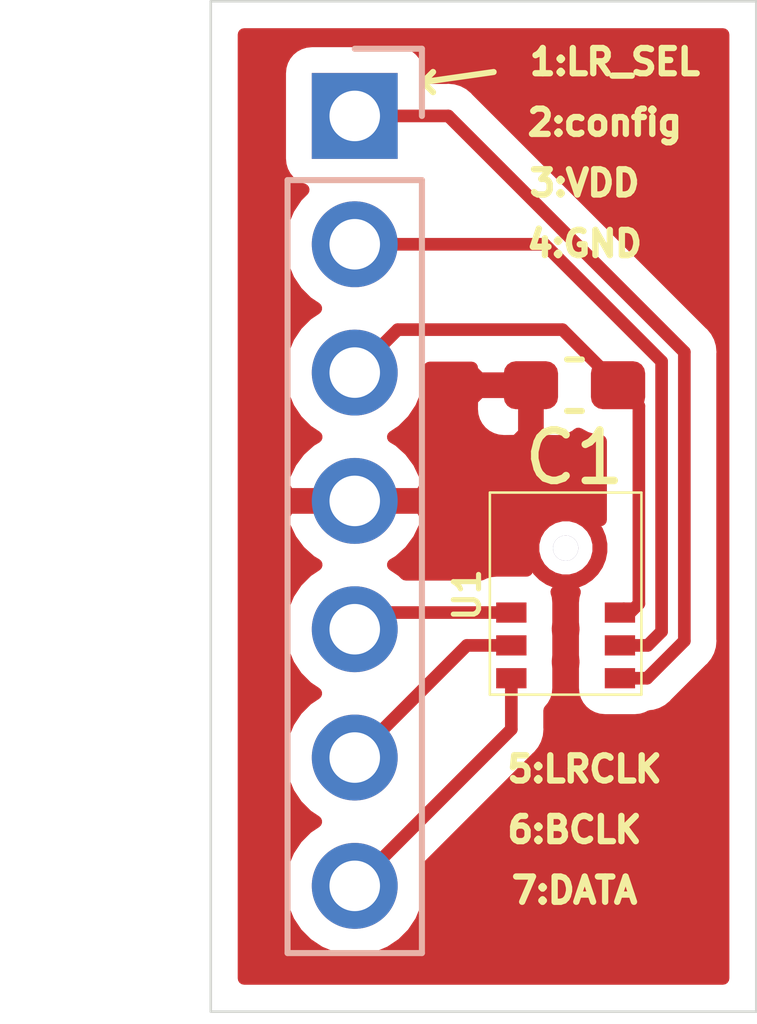
<source format=kicad_pcb>
(kicad_pcb (version 20171130) (host pcbnew "(5.1.9)-1")

  (general
    (thickness 1.6)
    (drawings 15)
    (tracks 25)
    (zones 0)
    (modules 3)
    (nets 8)
  )

  (page A4)
  (layers
    (0 F.Cu signal)
    (31 B.Cu signal)
    (32 B.Adhes user)
    (33 F.Adhes user)
    (34 B.Paste user)
    (35 F.Paste user)
    (36 B.SilkS user hide)
    (37 F.SilkS user)
    (38 B.Mask user)
    (39 F.Mask user)
    (40 Dwgs.User user)
    (41 Cmts.User user)
    (42 Eco1.User user)
    (43 Eco2.User user)
    (44 Edge.Cuts user)
    (45 Margin user)
    (46 B.CrtYd user)
    (47 F.CrtYd user)
    (48 B.Fab user)
    (49 F.Fab user)
  )

  (setup
    (last_trace_width 0.25)
    (trace_clearance 0.2)
    (zone_clearance 0.508)
    (zone_45_only no)
    (trace_min 0.2)
    (via_size 0.8)
    (via_drill 0.4)
    (via_min_size 0.4)
    (via_min_drill 0.3)
    (uvia_size 0.3)
    (uvia_drill 0.1)
    (uvias_allowed no)
    (uvia_min_size 0.2)
    (uvia_min_drill 0.1)
    (edge_width 0.05)
    (segment_width 0.2)
    (pcb_text_width 0.3)
    (pcb_text_size 1.5 1.5)
    (mod_edge_width 0.12)
    (mod_text_size 1 1)
    (mod_text_width 0.15)
    (pad_size 0.1 0.1)
    (pad_drill 0)
    (pad_to_mask_clearance 0)
    (aux_axis_origin 0 0)
    (visible_elements 7FFFFFFF)
    (pcbplotparams
      (layerselection 0x010fc_ffffffff)
      (usegerberextensions false)
      (usegerberattributes true)
      (usegerberadvancedattributes true)
      (creategerberjobfile true)
      (excludeedgelayer true)
      (linewidth 0.100000)
      (plotframeref false)
      (viasonmask false)
      (mode 1)
      (useauxorigin false)
      (hpglpennumber 1)
      (hpglpenspeed 20)
      (hpglpendiameter 15.000000)
      (psnegative false)
      (psa4output false)
      (plotreference true)
      (plotvalue true)
      (plotinvisibletext false)
      (padsonsilk false)
      (subtractmaskfromsilk false)
      (outputformat 1)
      (mirror false)
      (drillshape 0)
      (scaleselection 1)
      (outputdirectory "gerbers/"))
  )

  (net 0 "")
  (net 1 "Net-(C1-Pad2)")
  (net 2 "Net-(C1-Pad1)")
  (net 3 "Net-(J1-Pad7)")
  (net 4 "Net-(J1-Pad6)")
  (net 5 "Net-(J1-Pad5)")
  (net 6 "Net-(J1-Pad2)")
  (net 7 "Net-(J1-Pad1)")

  (net_class Default "This is the default net class."
    (clearance 0.2)
    (trace_width 0.25)
    (via_dia 0.8)
    (via_drill 0.4)
    (uvia_dia 0.3)
    (uvia_drill 0.1)
    (add_net "Net-(C1-Pad1)")
    (add_net "Net-(C1-Pad2)")
    (add_net "Net-(J1-Pad1)")
    (add_net "Net-(J1-Pad2)")
    (add_net "Net-(J1-Pad5)")
    (add_net "Net-(J1-Pad6)")
    (add_net "Net-(J1-Pad7)")
  )

  (module "ICS 43432 I2S microphone:ICS_43432" (layer F.Cu) (tedit 61BDE493) (tstamp 61BE3F92)
    (at 50.8 43.2 90)
    (path /61BDE1CD)
    (fp_text reference U1 (at 0.05 -1.925 90) (layer F.SilkS)
      (effects (font (size 0.5 0.5) (thickness 0.1)))
    )
    (fp_text value ICS-43432 (at 0.025 2.2 90) (layer F.Fab)
      (effects (font (size 0.5 0.5) (thickness 0.1)))
    )
    (fp_line (start -1.925 1.525) (end 2.075 1.525) (layer F.SilkS) (width 0.05))
    (fp_line (start 2.075 -1.475) (end 2.075 1.525) (layer F.SilkS) (width 0.05))
    (fp_line (start -1.925 -1.475) (end -1.925 1.525) (layer F.SilkS) (width 0.05))
    (fp_line (start -1.925 -1.475) (end 2.075 -1.475) (layer F.SilkS) (width 0.05))
    (pad 2 smd rect (at -0.95 1.1 90) (size 0.4 0.6) (layers F.Cu F.Paste F.Mask)
      (net 6 "Net-(J1-Pad2)"))
    (pad 6 smd rect (at -0.95 -1.05 90) (size 0.4 0.6) (layers F.Cu F.Paste F.Mask)
      (net 4 "Net-(J1-Pad6)"))
    (pad 3 smd rect (at -0.3 1.1 90) (size 0.4 0.6) (layers F.Cu F.Paste F.Mask)
      (net 2 "Net-(C1-Pad1)"))
    (pad 5 smd rect (at -0.3 -1.05 90) (size 0.4 0.6) (layers F.Cu F.Paste F.Mask)
      (net 5 "Net-(J1-Pad5)"))
    (pad 1 smd rect (at -1.6 1.1 90) (size 0.4 0.6) (layers F.Cu F.Paste F.Mask)
      (net 7 "Net-(J1-Pad1)"))
    (pad 7 smd rect (at -1.6 -1.05 90) (size 0.4 0.6) (layers F.Cu F.Paste F.Mask)
      (net 3 "Net-(J1-Pad7)"))
    (pad 4 smd custom (at 0.2 0.03 90) (size 0.1 0.1) (layers F.Cu F.Paste F.Mask)
      (net 1 "Net-(C1-Pad2)") (zone_connect 2)
      (options (clearance outline) (anchor rect))
      (primitives
        (gr_circle (center 0.78 0) (end 1.455 0) (width 0.3))
      ))
    (pad 12 thru_hole circle (at 0.975 0.025 90) (size 0.5 0.5) (drill 0.5) (layers *.Cu *.Mask)
      (zone_connect 0))
    (model "${KIPRJMOD}/components/ICS 43432 I2S microphone/ICS-43432--3DModel-STEP-56544.step"
      (offset (xyz 0.08 -0.03 0))
      (scale (xyz 1 1 1))
      (rotate (xyz -90 0 -90))
    )
  )

  (module Connector_PinHeader_2.54mm:PinHeader_1x07_P2.54mm_Vertical (layer B.Cu) (tedit 59FED5CC) (tstamp 61BE42FE)
    (at 46.65 33.67 180)
    (descr "Through hole straight pin header, 1x07, 2.54mm pitch, single row")
    (tags "Through hole pin header THT 1x07 2.54mm single row")
    (path /61BDFFF9)
    (fp_text reference J1 (at 0 2.33) (layer B.SilkS) hide
      (effects (font (size 1 1) (thickness 0.15)) (justify mirror))
    )
    (fp_text value Conn_01x07 (at 2.35 -17.13) (layer B.Fab)
      (effects (font (size 1 1) (thickness 0.15)) (justify mirror))
    )
    (fp_line (start 1.8 1.8) (end -1.8 1.8) (layer B.CrtYd) (width 0.05))
    (fp_line (start 1.8 -17.05) (end 1.8 1.8) (layer B.CrtYd) (width 0.05))
    (fp_line (start -1.8 -17.05) (end 1.8 -17.05) (layer B.CrtYd) (width 0.05))
    (fp_line (start -1.8 1.8) (end -1.8 -17.05) (layer B.CrtYd) (width 0.05))
    (fp_line (start -1.33 1.33) (end 0 1.33) (layer B.SilkS) (width 0.12))
    (fp_line (start -1.33 0) (end -1.33 1.33) (layer B.SilkS) (width 0.12))
    (fp_line (start -1.33 -1.27) (end 1.33 -1.27) (layer B.SilkS) (width 0.12))
    (fp_line (start 1.33 -1.27) (end 1.33 -16.57) (layer B.SilkS) (width 0.12))
    (fp_line (start -1.33 -1.27) (end -1.33 -16.57) (layer B.SilkS) (width 0.12))
    (fp_line (start -1.33 -16.57) (end 1.33 -16.57) (layer B.SilkS) (width 0.12))
    (fp_line (start -1.27 0.635) (end -0.635 1.27) (layer B.Fab) (width 0.1))
    (fp_line (start -1.27 -16.51) (end -1.27 0.635) (layer B.Fab) (width 0.1))
    (fp_line (start 1.27 -16.51) (end -1.27 -16.51) (layer B.Fab) (width 0.1))
    (fp_line (start 1.27 1.27) (end 1.27 -16.51) (layer B.Fab) (width 0.1))
    (fp_line (start -0.635 1.27) (end 1.27 1.27) (layer B.Fab) (width 0.1))
    (fp_text user %R (at 0 -7.62 270) (layer B.Fab)
      (effects (font (size 1 1) (thickness 0.15)) (justify mirror))
    )
    (pad 7 thru_hole oval (at 0 -15.24 180) (size 1.7 1.7) (drill 1) (layers *.Cu *.Mask)
      (net 3 "Net-(J1-Pad7)"))
    (pad 6 thru_hole oval (at 0 -12.7 180) (size 1.7 1.7) (drill 1) (layers *.Cu *.Mask)
      (net 4 "Net-(J1-Pad6)"))
    (pad 5 thru_hole oval (at 0 -10.16 180) (size 1.7 1.7) (drill 1) (layers *.Cu *.Mask)
      (net 5 "Net-(J1-Pad5)"))
    (pad 4 thru_hole oval (at 0 -7.62 180) (size 1.7 1.7) (drill 1) (layers *.Cu *.Mask)
      (net 1 "Net-(C1-Pad2)"))
    (pad 3 thru_hole oval (at 0 -5.08 180) (size 1.7 1.7) (drill 1) (layers *.Cu *.Mask)
      (net 2 "Net-(C1-Pad1)"))
    (pad 2 thru_hole oval (at 0 -2.54 180) (size 1.7 1.7) (drill 1) (layers *.Cu *.Mask)
      (net 6 "Net-(J1-Pad2)"))
    (pad 1 thru_hole rect (at 0 0 180) (size 1.7 1.7) (drill 1) (layers *.Cu *.Mask)
      (net 7 "Net-(J1-Pad1)"))
    (model ${KISYS3DMOD}/Connector_PinHeader_2.54mm.3dshapes/PinHeader_1x07_P2.54mm_Vertical.wrl
      (at (xyz 0 0 0))
      (scale (xyz 1 1 1))
      (rotate (xyz 0 0 0))
    )
  )

  (module Capacitor_SMD:C_0603_1608Metric_Pad1.08x0.95mm_HandSolder (layer F.Cu) (tedit 5F68FEEF) (tstamp 61BE3F67)
    (at 51 39 180)
    (descr "Capacitor SMD 0603 (1608 Metric), square (rectangular) end terminal, IPC_7351 nominal with elongated pad for handsoldering. (Body size source: IPC-SM-782 page 76, https://www.pcb-3d.com/wordpress/wp-content/uploads/ipc-sm-782a_amendment_1_and_2.pdf), generated with kicad-footprint-generator")
    (tags "capacitor handsolder")
    (path /61BDE73A)
    (attr smd)
    (fp_text reference C1 (at 0 -1.43) (layer F.SilkS)
      (effects (font (size 1 1) (thickness 0.15)))
    )
    (fp_text value 10uf (at 0 1.43) (layer F.Fab)
      (effects (font (size 1 1) (thickness 0.15)))
    )
    (fp_line (start 1.65 0.73) (end -1.65 0.73) (layer F.CrtYd) (width 0.05))
    (fp_line (start 1.65 -0.73) (end 1.65 0.73) (layer F.CrtYd) (width 0.05))
    (fp_line (start -1.65 -0.73) (end 1.65 -0.73) (layer F.CrtYd) (width 0.05))
    (fp_line (start -1.65 0.73) (end -1.65 -0.73) (layer F.CrtYd) (width 0.05))
    (fp_line (start -0.146267 0.51) (end 0.146267 0.51) (layer F.SilkS) (width 0.12))
    (fp_line (start -0.146267 -0.51) (end 0.146267 -0.51) (layer F.SilkS) (width 0.12))
    (fp_line (start 0.8 0.4) (end -0.8 0.4) (layer F.Fab) (width 0.1))
    (fp_line (start 0.8 -0.4) (end 0.8 0.4) (layer F.Fab) (width 0.1))
    (fp_line (start -0.8 -0.4) (end 0.8 -0.4) (layer F.Fab) (width 0.1))
    (fp_line (start -0.8 0.4) (end -0.8 -0.4) (layer F.Fab) (width 0.1))
    (fp_text user %R (at 0 0) (layer F.Fab)
      (effects (font (size 0.4 0.4) (thickness 0.06)))
    )
    (pad 2 smd roundrect (at 0.8625 0 180) (size 1.075 0.95) (layers F.Cu F.Paste F.Mask) (roundrect_rratio 0.25)
      (net 1 "Net-(C1-Pad2)"))
    (pad 1 smd roundrect (at -0.8625 0 180) (size 1.075 0.95) (layers F.Cu F.Paste F.Mask) (roundrect_rratio 0.25)
      (net 2 "Net-(C1-Pad1)"))
    (model ${KISYS3DMOD}/Capacitor_SMD.3dshapes/C_0603_1608Metric.wrl
      (at (xyz 0 0 0))
      (scale (xyz 1 1 1))
      (rotate (xyz 0 0 0))
    )
  )

  (gr_line (start 48 33) (end 48.2 33.2) (layer F.SilkS) (width 0.12))
  (gr_line (start 48.2 32.8) (end 48 33) (layer F.SilkS) (width 0.12) (tstamp 61BFD20A))
  (gr_line (start 48 33) (end 48.2 32.8) (layer F.SilkS) (width 0.12))
  (gr_line (start 49.4 32.8) (end 48 33) (layer F.SilkS) (width 0.12))
  (gr_text 5:LRCLK (at 51.2 46.6) (layer F.SilkS) (tstamp 61BFD024)
    (effects (font (size 0.5 0.5) (thickness 0.125)))
  )
  (gr_text 6:BCLK (at 51 47.8) (layer F.SilkS) (tstamp 61BFD024)
    (effects (font (size 0.5 0.5) (thickness 0.125)))
  )
  (gr_text 7:DATA (at 51 49) (layer F.SilkS) (tstamp 61BFD024)
    (effects (font (size 0.5 0.5) (thickness 0.125)))
  )
  (gr_text 4:GND (at 51.2 36.2) (layer F.SilkS) (tstamp 61BFD024)
    (effects (font (size 0.5 0.5) (thickness 0.125)))
  )
  (gr_text 3:VDD (at 51.2 35) (layer F.SilkS) (tstamp 61BFD024)
    (effects (font (size 0.5 0.5) (thickness 0.125)))
  )
  (gr_text 2:config (at 51.6 33.8) (layer F.SilkS) (tstamp 61BFD024)
    (effects (font (size 0.5 0.5) (thickness 0.125)))
  )
  (gr_text 1:LR_SEL (at 51.8 32.6) (layer F.SilkS)
    (effects (font (size 0.5 0.5) (thickness 0.125)))
  )
  (gr_line (start 54.6 31.4) (end 43.8 31.4) (layer Edge.Cuts) (width 0.05) (tstamp 61BE4337))
  (gr_line (start 54.6 51.4) (end 54.6 31.4) (layer Edge.Cuts) (width 0.05))
  (gr_line (start 43.8 51.4) (end 54.6 51.4) (layer Edge.Cuts) (width 0.05))
  (gr_line (start 43.8 31.4) (end 43.8 51.4) (layer Edge.Cuts) (width 0.05))

  (segment (start 51.976037 39.113537) (end 51.8625 39) (width 0.25) (layer F.Cu) (net 2))
  (segment (start 51.9 43.5) (end 51.976037 43.423963) (width 0.25) (layer F.Cu) (net 2))
  (segment (start 50.762501 37.900001) (end 51.8625 39) (width 0.25) (layer F.Cu) (net 2))
  (segment (start 47.499999 37.900001) (end 50.762501 37.900001) (width 0.25) (layer F.Cu) (net 2))
  (segment (start 46.65 38.75) (end 47.499999 37.900001) (width 0.25) (layer F.Cu) (net 2))
  (segment (start 52.1 43.5) (end 52.275 43.325) (width 0.25) (layer F.Cu) (net 2))
  (segment (start 51.9 43.5) (end 52.1 43.5) (width 0.25) (layer F.Cu) (net 2))
  (segment (start 52.275 39.4125) (end 51.8625 39) (width 0.25) (layer F.Cu) (net 2))
  (segment (start 52.275 43.325) (end 52.275 39.4125) (width 0.25) (layer F.Cu) (net 2))
  (segment (start 49.75 45.81) (end 49.75 44.8) (width 0.25) (layer F.Cu) (net 3))
  (segment (start 46.65 48.91) (end 49.75 45.81) (width 0.25) (layer F.Cu) (net 3))
  (segment (start 48.87 44.15) (end 46.65 46.37) (width 0.25) (layer F.Cu) (net 4))
  (segment (start 49.75 44.15) (end 48.87 44.15) (width 0.25) (layer F.Cu) (net 4))
  (segment (start 46.98 43.5) (end 46.65 43.83) (width 0.25) (layer F.Cu) (net 5))
  (segment (start 49.75 43.5) (end 46.98 43.5) (width 0.25) (layer F.Cu) (net 5))
  (segment (start 50.40551 36.21) (end 46.65 36.21) (width 0.25) (layer F.Cu) (net 6))
  (segment (start 52.72501 38.5295) (end 50.40551 36.21) (width 0.25) (layer F.Cu) (net 6))
  (segment (start 52.72501 43.87499) (end 52.72501 38.5295) (width 0.25) (layer F.Cu) (net 6))
  (segment (start 52.45 44.15) (end 52.72501 43.87499) (width 0.25) (layer F.Cu) (net 6))
  (segment (start 51.9 44.15) (end 52.45 44.15) (width 0.25) (layer F.Cu) (net 6))
  (segment (start 53.175019 38.343099) (end 48.50192 33.67) (width 0.25) (layer F.Cu) (net 7))
  (segment (start 53.17502 44.06139) (end 53.175019 38.343099) (width 0.25) (layer F.Cu) (net 7))
  (segment (start 52.43641 44.8) (end 53.17502 44.06139) (width 0.25) (layer F.Cu) (net 7))
  (segment (start 48.50192 33.67) (end 46.65 33.67) (width 0.25) (layer F.Cu) (net 7))
  (segment (start 51.9 44.8) (end 52.43641 44.8) (width 0.25) (layer F.Cu) (net 7))

  (zone (net 1) (net_name "Net-(C1-Pad2)") (layer F.Cu) (tstamp 61BFD224) (hatch edge 0.508)
    (connect_pads (clearance 0.508))
    (min_thickness 0.254)
    (fill yes (arc_segments 32) (thermal_gap 0.508) (thermal_bridge_width 0.508))
    (polygon
      (pts
        (xy 54.6 51.4) (xy 43.8 51.4) (xy 43.8 31.4) (xy 54.6 31.4)
      )
    )
    (filled_polygon
      (pts
        (xy 53.94 50.74) (xy 44.46 50.74) (xy 44.46 32.82) (xy 45.161928 32.82) (xy 45.161928 34.52)
        (xy 45.174188 34.644482) (xy 45.210498 34.76418) (xy 45.269463 34.874494) (xy 45.348815 34.971185) (xy 45.445506 35.050537)
        (xy 45.55582 35.109502) (xy 45.62838 35.131513) (xy 45.496525 35.263368) (xy 45.33401 35.506589) (xy 45.222068 35.776842)
        (xy 45.165 36.06374) (xy 45.165 36.35626) (xy 45.222068 36.643158) (xy 45.33401 36.913411) (xy 45.496525 37.156632)
        (xy 45.703368 37.363475) (xy 45.87776 37.48) (xy 45.703368 37.596525) (xy 45.496525 37.803368) (xy 45.33401 38.046589)
        (xy 45.222068 38.316842) (xy 45.165 38.60374) (xy 45.165 38.89626) (xy 45.222068 39.183158) (xy 45.33401 39.453411)
        (xy 45.496525 39.696632) (xy 45.703368 39.903475) (xy 45.885534 40.025195) (xy 45.768645 40.094822) (xy 45.552412 40.289731)
        (xy 45.378359 40.52308) (xy 45.253175 40.785901) (xy 45.208524 40.93311) (xy 45.329845 41.163) (xy 46.523 41.163)
        (xy 46.523 41.143) (xy 46.777 41.143) (xy 46.777 41.163) (xy 47.970155 41.163) (xy 48.091476 40.93311)
        (xy 48.046825 40.785901) (xy 47.921641 40.52308) (xy 47.747588 40.289731) (xy 47.531355 40.094822) (xy 47.414466 40.025195)
        (xy 47.596632 39.903475) (xy 47.803475 39.696632) (xy 47.951564 39.475) (xy 48.961928 39.475) (xy 48.974188 39.599482)
        (xy 49.010498 39.71918) (xy 49.069463 39.829494) (xy 49.148815 39.926185) (xy 49.245506 40.005537) (xy 49.35582 40.064502)
        (xy 49.475518 40.100812) (xy 49.6 40.113072) (xy 49.85175 40.11) (xy 50.0105 39.95125) (xy 50.0105 39.127)
        (xy 49.12375 39.127) (xy 48.965 39.28575) (xy 48.961928 39.475) (xy 47.951564 39.475) (xy 47.96599 39.453411)
        (xy 48.077932 39.183158) (xy 48.135 38.89626) (xy 48.135 38.660001) (xy 48.964119 38.660001) (xy 48.965 38.71425)
        (xy 49.12375 38.873) (xy 50.0105 38.873) (xy 50.0105 38.853) (xy 50.2645 38.853) (xy 50.2645 38.873)
        (xy 50.2845 38.873) (xy 50.2845 39.127) (xy 50.2645 39.127) (xy 50.2645 39.95125) (xy 50.42325 40.11)
        (xy 50.675 40.113072) (xy 50.799482 40.100812) (xy 50.91918 40.064502) (xy 51.029494 40.005537) (xy 51.077394 39.966226)
        (xy 51.227433 40.046423) (xy 51.391684 40.096248) (xy 51.515001 40.108394) (xy 51.515 41.664701) (xy 51.512424 41.660845)
        (xy 51.389155 41.537576) (xy 51.244205 41.440723) (xy 51.083145 41.37401) (xy 50.912165 41.34) (xy 50.737835 41.34)
        (xy 50.566855 41.37401) (xy 50.405795 41.440723) (xy 50.260845 41.537576) (xy 50.137576 41.660845) (xy 50.040723 41.805795)
        (xy 49.97401 41.966855) (xy 49.94 42.137835) (xy 49.94 42.312165) (xy 49.97401 42.483145) (xy 50.040723 42.644205)
        (xy 50.052746 42.662198) (xy 50.05 42.661928) (xy 49.45 42.661928) (xy 49.325518 42.674188) (xy 49.20582 42.710498)
        (xy 49.150627 42.74) (xy 47.660107 42.74) (xy 47.596632 42.676525) (xy 47.414466 42.554805) (xy 47.531355 42.485178)
        (xy 47.747588 42.290269) (xy 47.921641 42.05692) (xy 48.046825 41.794099) (xy 48.091476 41.64689) (xy 47.970155 41.417)
        (xy 46.777 41.417) (xy 46.777 41.437) (xy 46.523 41.437) (xy 46.523 41.417) (xy 45.329845 41.417)
        (xy 45.208524 41.64689) (xy 45.253175 41.794099) (xy 45.378359 42.05692) (xy 45.552412 42.290269) (xy 45.768645 42.485178)
        (xy 45.885534 42.554805) (xy 45.703368 42.676525) (xy 45.496525 42.883368) (xy 45.33401 43.126589) (xy 45.222068 43.396842)
        (xy 45.165 43.68374) (xy 45.165 43.97626) (xy 45.222068 44.263158) (xy 45.33401 44.533411) (xy 45.496525 44.776632)
        (xy 45.703368 44.983475) (xy 45.87776 45.1) (xy 45.703368 45.216525) (xy 45.496525 45.423368) (xy 45.33401 45.666589)
        (xy 45.222068 45.936842) (xy 45.165 46.22374) (xy 45.165 46.51626) (xy 45.222068 46.803158) (xy 45.33401 47.073411)
        (xy 45.496525 47.316632) (xy 45.703368 47.523475) (xy 45.87776 47.64) (xy 45.703368 47.756525) (xy 45.496525 47.963368)
        (xy 45.33401 48.206589) (xy 45.222068 48.476842) (xy 45.165 48.76374) (xy 45.165 49.05626) (xy 45.222068 49.343158)
        (xy 45.33401 49.613411) (xy 45.496525 49.856632) (xy 45.703368 50.063475) (xy 45.946589 50.22599) (xy 46.216842 50.337932)
        (xy 46.50374 50.395) (xy 46.79626 50.395) (xy 47.083158 50.337932) (xy 47.353411 50.22599) (xy 47.596632 50.063475)
        (xy 47.803475 49.856632) (xy 47.96599 49.613411) (xy 48.077932 49.343158) (xy 48.135 49.05626) (xy 48.135 48.76374)
        (xy 48.091209 48.543592) (xy 50.261004 46.373798) (xy 50.290001 46.350001) (xy 50.316332 46.317917) (xy 50.384974 46.234277)
        (xy 50.455546 46.102247) (xy 50.462976 46.077754) (xy 50.499003 45.958986) (xy 50.51 45.847333) (xy 50.51 45.847324)
        (xy 50.513676 45.810001) (xy 50.51 45.772678) (xy 50.51 45.440444) (xy 50.580537 45.354494) (xy 50.639502 45.24418)
        (xy 50.675812 45.124482) (xy 50.688072 45) (xy 50.688072 44.6) (xy 50.675812 44.475518) (xy 50.675655 44.475)
        (xy 50.675812 44.474482) (xy 50.688072 44.35) (xy 50.688072 43.95) (xy 50.675812 43.825518) (xy 50.675655 43.825)
        (xy 50.675812 43.824482) (xy 50.688072 43.7) (xy 50.688072 43.3) (xy 50.675812 43.175518) (xy 50.650678 43.092663)
        (xy 50.737835 43.11) (xy 50.912165 43.11) (xy 50.999322 43.092663) (xy 50.974188 43.175518) (xy 50.961928 43.3)
        (xy 50.961928 43.7) (xy 50.974188 43.824482) (xy 50.974345 43.825) (xy 50.974188 43.825518) (xy 50.961928 43.95)
        (xy 50.961928 44.35) (xy 50.974188 44.474482) (xy 50.974345 44.475) (xy 50.974188 44.475518) (xy 50.961928 44.6)
        (xy 50.961928 45) (xy 50.974188 45.124482) (xy 51.010498 45.24418) (xy 51.069463 45.354494) (xy 51.148815 45.451185)
        (xy 51.245506 45.530537) (xy 51.35582 45.589502) (xy 51.475518 45.625812) (xy 51.6 45.638072) (xy 52.2 45.638072)
        (xy 52.324482 45.625812) (xy 52.44418 45.589502) (xy 52.505163 45.556905) (xy 52.585396 45.549003) (xy 52.728657 45.505546)
        (xy 52.860686 45.434974) (xy 52.976411 45.340001) (xy 53.000213 45.310998) (xy 53.686028 44.625184) (xy 53.715021 44.60139)
        (xy 53.738815 44.572397) (xy 53.738819 44.572393) (xy 53.809993 44.485667) (xy 53.833202 44.442246) (xy 53.880566 44.353636)
        (xy 53.924023 44.210375) (xy 53.93502 44.098722) (xy 53.93502 44.098714) (xy 53.938696 44.061391) (xy 53.93502 44.024068)
        (xy 53.935018 38.380431) (xy 53.938695 38.343099) (xy 53.924021 38.194113) (xy 53.880565 38.050852) (xy 53.809993 37.918822)
        (xy 53.738818 37.832096) (xy 53.738813 37.832091) (xy 53.715019 37.803098) (xy 53.686026 37.779304) (xy 49.065724 33.159003)
        (xy 49.041921 33.129999) (xy 48.926196 33.035026) (xy 48.794167 32.964454) (xy 48.650906 32.920997) (xy 48.539253 32.91)
        (xy 48.539242 32.91) (xy 48.50192 32.906324) (xy 48.464598 32.91) (xy 48.138072 32.91) (xy 48.138072 32.82)
        (xy 48.125812 32.695518) (xy 48.089502 32.57582) (xy 48.030537 32.465506) (xy 47.951185 32.368815) (xy 47.854494 32.289463)
        (xy 47.74418 32.230498) (xy 47.624482 32.194188) (xy 47.5 32.181928) (xy 45.8 32.181928) (xy 45.675518 32.194188)
        (xy 45.55582 32.230498) (xy 45.445506 32.289463) (xy 45.348815 32.368815) (xy 45.269463 32.465506) (xy 45.210498 32.57582)
        (xy 45.174188 32.695518) (xy 45.161928 32.82) (xy 44.46 32.82) (xy 44.46 32.06) (xy 53.940001 32.06)
      )
    )
  )
)

</source>
